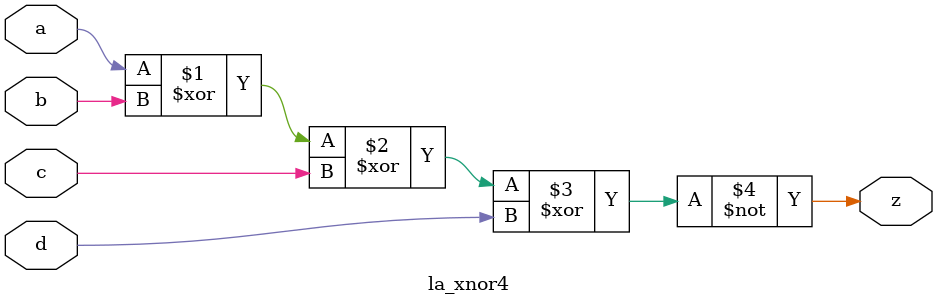
<source format=v>

module la_xnor4 #(parameter PROP = "DEFAULT")   (
    input  a,
    input  b,
    input  c,
    input  d,
    output z
    );

   assign z =  ~(a ^ b ^ c ^ d);

endmodule

</source>
